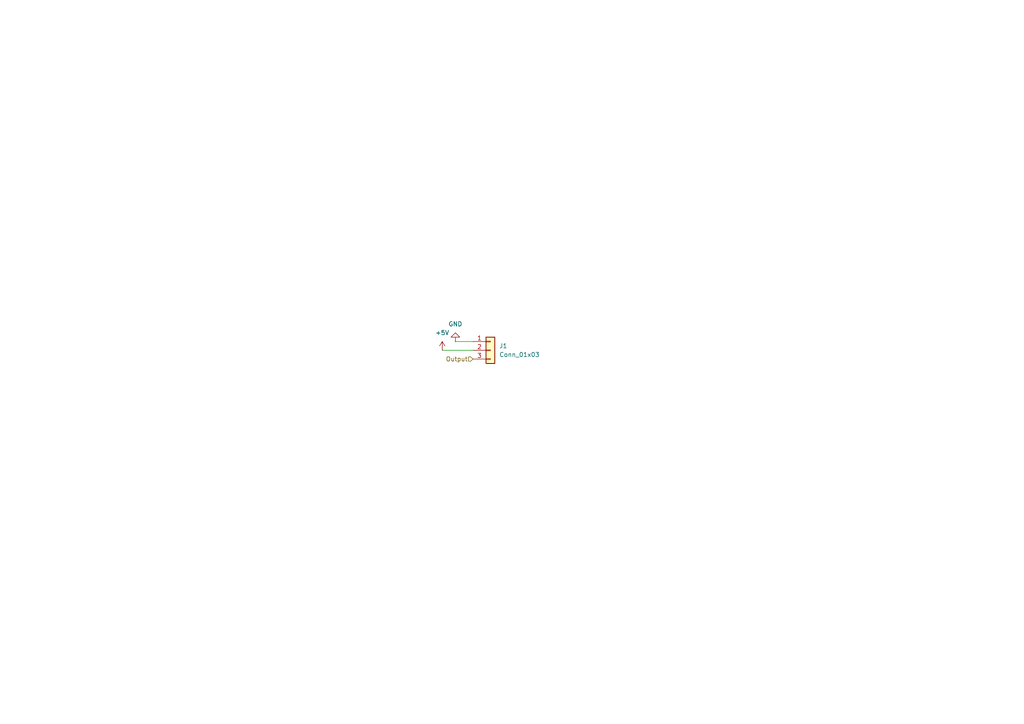
<source format=kicad_sch>
(kicad_sch (version 20250114) (generator "eeschema") (generator_version "9.0")
  (paper "A4")
  (lib_symbols
    (symbol "Connector_Generic:Conn_01x03" (pin_names (offset 1.016) (hide yes))
      (property "Reference" "J" (at 0 5.08 0))
      (property "Value" "Conn_01x03" (at 0 -5.08 0))
      (symbol "Conn_01x03_1_1"
        (rectangle (start -1.27 3.81) (end 1.27 -3.81) (stroke (width 0.254)) (fill (type background)))
        (rectangle (start -1.27 2.667) (end 0 2.413) (stroke (width 0.1524)))
        (rectangle (start -1.27 0.127) (end 0 -0.127) (stroke (width 0.1524)))
        (rectangle (start -1.27 -2.413) (end 0 -2.667) (stroke (width 0.1524)))
        (pin passive line (at -5.08 2.54 0) (length 3.81) (name "Pin_1") (number "1"))
        (pin passive line (at -5.08 0 0) (length 3.81) (name "Pin_2") (number "2"))
        (pin passive line (at -5.08 -2.54 0) (length 3.81) (name "Pin_3") (number "3"))
      )
    )
    (symbol "power:+5V" (power) (pin_numbers (hide yes)) (pin_names (offset 0) (hide yes))
      (property "Value" "+5V" (at 0 3.556 0))
      (symbol "+5V_0_1"
        (polyline (pts (xy -0.762 1.27) (xy 0 2.54)))
        (polyline (pts (xy 0 2.54) (xy 0.762 1.27)))
        (polyline (pts (xy 0 0) (xy 0 2.54)))
      )
      (symbol "+5V_1_1"
        (pin power_in line (at 0 0 90) (length 0) (name "~") (number "1"))
      )
    )
    (symbol "power:GND" (power) (pin_numbers (hide yes)) (pin_names (offset 0) (hide yes))
      (property "Value" "GND" (at 0 -3.81 0))
      (symbol "GND_0_1"
        (polyline (pts (xy 0 0) (xy 0 -1.27) (xy 1.27 -1.27) (xy 0 -2.54) (xy -1.27 -1.27) (xy 0 -1.27)))
      )
      (symbol "GND_1_1"
        (pin power_in line (at 0 0 270) (length 0) (name "~") (number "1"))
      )
    )
  )
  (wire (pts (xy 132.08 99.06) (xy 137.16 99.06)))
  (wire (pts (xy 128.27 101.6) (xy 137.16 101.6)))
  (hierarchical_label "Output" (shape input) (at 137.16 104.14 180))
  (symbol (lib_id "power:+5V") (at 128.27 101.6 0) (unit 1)
    (property "Reference" "#PWR08" (effects (hide yes)))
    (property "Value" "+5V" (at 128.27 96.52 0))
    (property "Description" "Power symbol creates a global label with name \"+5V\"" (effects (hide yes)))
  )
  (symbol (lib_id "power:GND") (at 132.08 99.06 180) (unit 1)
    (property "Reference" "#PWR09" (effects (hide yes)))
    (property "Value" "GND" (at 132.08 93.98 0))
    (property "Description" "Power symbol creates a global label with name \"GND\" , ground" (effects (hide yes)))
  )
  (symbol (lib_id "Connector_Generic:Conn_01x03") (at 142.24 101.6 0) (unit 1)
    (property "Reference" "J1" (at 144.78 100.3299 0) (effects (justify left)))
    (property "Value" "Conn_01x03" (at 144.78 102.8699 0) (effects (justify left)))
    (property "Footprint" "Connector_JST:JST_EH_B3B-EH-A_1x03_P2.50mm_Vertical" (effects (hide yes)))
    (property "Description" "Generic connector, single row, 01x03, script generated (kicad-library-utils/schlib/autogen/connector/)" (effects (hide yes)))
  )
)
</source>
